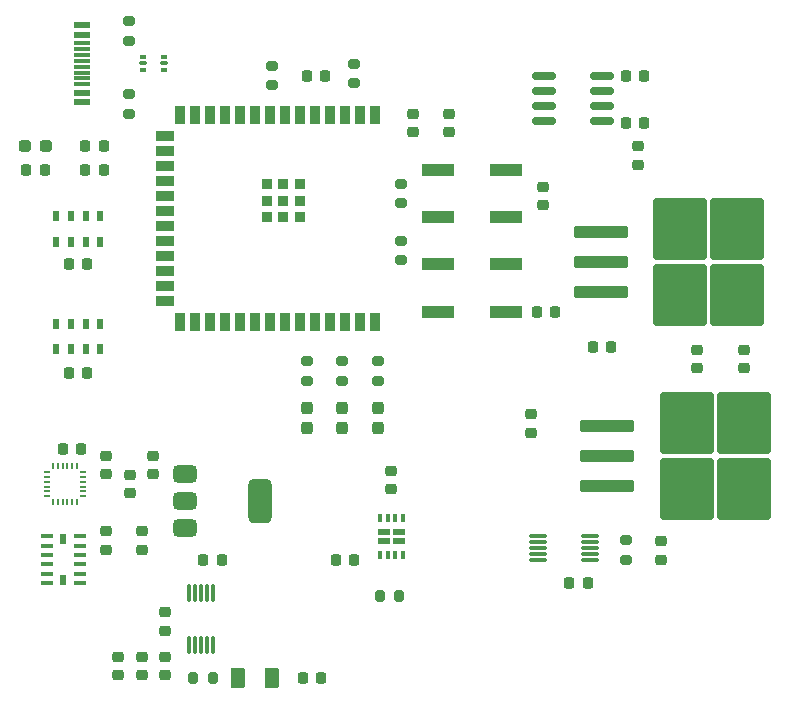
<source format=gbr>
%TF.GenerationSoftware,KiCad,Pcbnew,8.0.7*%
%TF.CreationDate,2025-01-05T22:37:43-08:00*%
%TF.ProjectId,Test Rocket Board,54657374-2052-46f6-936b-657420426f61,rev?*%
%TF.SameCoordinates,Original*%
%TF.FileFunction,Paste,Top*%
%TF.FilePolarity,Positive*%
%FSLAX46Y46*%
G04 Gerber Fmt 4.6, Leading zero omitted, Abs format (unit mm)*
G04 Created by KiCad (PCBNEW 8.0.7) date 2025-01-05 22:37:43*
%MOMM*%
%LPD*%
G01*
G04 APERTURE LIST*
G04 Aperture macros list*
%AMRoundRect*
0 Rectangle with rounded corners*
0 $1 Rounding radius*
0 $2 $3 $4 $5 $6 $7 $8 $9 X,Y pos of 4 corners*
0 Add a 4 corners polygon primitive as box body*
4,1,4,$2,$3,$4,$5,$6,$7,$8,$9,$2,$3,0*
0 Add four circle primitives for the rounded corners*
1,1,$1+$1,$2,$3*
1,1,$1+$1,$4,$5*
1,1,$1+$1,$6,$7*
1,1,$1+$1,$8,$9*
0 Add four rect primitives between the rounded corners*
20,1,$1+$1,$2,$3,$4,$5,0*
20,1,$1+$1,$4,$5,$6,$7,0*
20,1,$1+$1,$6,$7,$8,$9,0*
20,1,$1+$1,$8,$9,$2,$3,0*%
G04 Aperture macros list end*
%ADD10R,0.550000X0.950000*%
%ADD11RoundRect,0.200000X0.275000X-0.200000X0.275000X0.200000X-0.275000X0.200000X-0.275000X-0.200000X0*%
%ADD12RoundRect,0.237500X0.237500X-0.287500X0.237500X0.287500X-0.237500X0.287500X-0.237500X-0.287500X0*%
%ADD13RoundRect,0.225000X0.250000X-0.225000X0.250000X0.225000X-0.250000X0.225000X-0.250000X-0.225000X0*%
%ADD14RoundRect,0.200000X-0.275000X0.200000X-0.275000X-0.200000X0.275000X-0.200000X0.275000X0.200000X0*%
%ADD15RoundRect,0.075000X-0.650000X-0.075000X0.650000X-0.075000X0.650000X0.075000X-0.650000X0.075000X0*%
%ADD16RoundRect,0.218750X0.218750X0.256250X-0.218750X0.256250X-0.218750X-0.256250X0.218750X-0.256250X0*%
%ADD17RoundRect,0.050000X0.050000X-0.225000X0.050000X0.225000X-0.050000X0.225000X-0.050000X-0.225000X0*%
%ADD18RoundRect,0.050000X0.225000X0.050000X-0.225000X0.050000X-0.225000X-0.050000X0.225000X-0.050000X0*%
%ADD19RoundRect,0.200000X0.200000X0.275000X-0.200000X0.275000X-0.200000X-0.275000X0.200000X-0.275000X0*%
%ADD20RoundRect,0.250000X-2.050000X-0.300000X2.050000X-0.300000X2.050000X0.300000X-2.050000X0.300000X0*%
%ADD21RoundRect,0.250000X-2.025000X-2.375000X2.025000X-2.375000X2.025000X2.375000X-2.025000X2.375000X0*%
%ADD22RoundRect,0.225000X-0.225000X-0.250000X0.225000X-0.250000X0.225000X0.250000X-0.225000X0.250000X0*%
%ADD23RoundRect,0.218750X-0.256250X0.218750X-0.256250X-0.218750X0.256250X-0.218750X0.256250X0.218750X0*%
%ADD24RoundRect,0.225000X-0.250000X0.225000X-0.250000X-0.225000X0.250000X-0.225000X0.250000X0.225000X0*%
%ADD25RoundRect,0.218750X-0.218750X-0.256250X0.218750X-0.256250X0.218750X0.256250X-0.218750X0.256250X0*%
%ADD26RoundRect,0.250000X0.375000X0.625000X-0.375000X0.625000X-0.375000X-0.625000X0.375000X-0.625000X0*%
%ADD27R,1.000000X0.600000*%
%ADD28R,0.350000X0.650000*%
%ADD29RoundRect,0.150000X0.825000X0.150000X-0.825000X0.150000X-0.825000X-0.150000X0.825000X-0.150000X0*%
%ADD30RoundRect,0.225000X0.225000X0.250000X-0.225000X0.250000X-0.225000X-0.250000X0.225000X-0.250000X0*%
%ADD31RoundRect,0.375000X-0.625000X-0.375000X0.625000X-0.375000X0.625000X0.375000X-0.625000X0.375000X0*%
%ADD32RoundRect,0.500000X-0.500000X-1.400000X0.500000X-1.400000X0.500000X1.400000X-0.500000X1.400000X0*%
%ADD33RoundRect,0.075000X-0.075000X0.650000X-0.075000X-0.650000X0.075000X-0.650000X0.075000X0.650000X0*%
%ADD34RoundRect,0.237500X0.287500X0.237500X-0.287500X0.237500X-0.287500X-0.237500X0.287500X-0.237500X0*%
%ADD35RoundRect,0.093750X-0.156250X-0.093750X0.156250X-0.093750X0.156250X0.093750X-0.156250X0.093750X0*%
%ADD36RoundRect,0.075000X-0.250000X-0.075000X0.250000X-0.075000X0.250000X0.075000X-0.250000X0.075000X0*%
%ADD37R,2.750000X1.000000*%
%ADD38R,0.900000X0.900000*%
%ADD39R,0.900000X1.500000*%
%ADD40R,1.500000X0.900000*%
%ADD41R,1.450000X0.600000*%
%ADD42R,1.450000X0.300000*%
%ADD43R,1.117800X0.449200*%
%ADD44R,0.500000X0.813000*%
G04 APERTURE END LIST*
D10*
%TO.C,U3*%
X136750000Y-107150000D03*
X138000000Y-107150000D03*
X139250000Y-107150000D03*
X140500000Y-107150000D03*
X140500000Y-105000000D03*
X139250000Y-105000000D03*
X138000000Y-105000000D03*
X136750000Y-105000000D03*
%TD*%
D11*
%TO.C,R9*%
X185000000Y-125000000D03*
X185000000Y-123350000D03*
%TD*%
%TO.C,R3*%
X166000000Y-99650000D03*
X166000000Y-98000000D03*
%TD*%
D12*
%TO.C,D2*%
X158000000Y-113875000D03*
X158000000Y-112125000D03*
%TD*%
D13*
%TO.C,C4*%
X186000000Y-91550000D03*
X186000000Y-90000000D03*
%TD*%
D14*
%TO.C,R5*%
X142955000Y-85600000D03*
X142955000Y-87250000D03*
%TD*%
D12*
%TO.C,D4*%
X164000000Y-113875000D03*
X164000000Y-112125000D03*
%TD*%
D15*
%TO.C,U9*%
X177600000Y-123000000D03*
X177600000Y-123500000D03*
X177600000Y-124000000D03*
X177600000Y-124500000D03*
X177600000Y-125000000D03*
X182000000Y-125000000D03*
X182000000Y-124500000D03*
X182000000Y-124000000D03*
X182000000Y-123500000D03*
X182000000Y-123000000D03*
%TD*%
D16*
%TO.C,D7*%
X140787500Y-92000000D03*
X139212500Y-92000000D03*
%TD*%
D11*
%TO.C,R6*%
X158000000Y-109825000D03*
X158000000Y-108175000D03*
%TD*%
D16*
%TO.C,F1*%
X135787500Y-92000000D03*
X134212500Y-92000000D03*
%TD*%
D17*
%TO.C,U5*%
X136500000Y-120100000D03*
X136900000Y-120100000D03*
X137300000Y-120100000D03*
X137700000Y-120100000D03*
X138100000Y-120100000D03*
X138500000Y-120100000D03*
D18*
X139000000Y-119600000D03*
X139000000Y-119200000D03*
X139000000Y-118800000D03*
X139000000Y-118400000D03*
X139000000Y-118000000D03*
X139000000Y-117600000D03*
D17*
X138500000Y-117100000D03*
X138100000Y-117100000D03*
X137700000Y-117100000D03*
X137300000Y-117100000D03*
X136900000Y-117100000D03*
X136500000Y-117100000D03*
D18*
X136000000Y-117600000D03*
X136000000Y-118000000D03*
X136000000Y-118400000D03*
X136000000Y-118800000D03*
X136000000Y-119200000D03*
X136000000Y-119600000D03*
%TD*%
D19*
%TO.C,R10*%
X150000000Y-135000000D03*
X148350000Y-135000000D03*
%TD*%
D20*
%TO.C,U6*%
X182850000Y-97235000D03*
X182850000Y-99775000D03*
D21*
X189575000Y-97000000D03*
X189575000Y-102550000D03*
X194425000Y-97000000D03*
X194425000Y-102550000D03*
D20*
X182850000Y-102315000D03*
%TD*%
D22*
%TO.C,C10*%
X137850000Y-100000000D03*
X139400000Y-100000000D03*
%TD*%
D23*
%TO.C,D6*%
X142000000Y-133212500D03*
X142000000Y-134787500D03*
%TD*%
D24*
%TO.C,C3*%
X170000000Y-87225000D03*
X170000000Y-88775000D03*
%TD*%
D23*
%TO.C,D5*%
X176968870Y-112653120D03*
X176968870Y-114228120D03*
%TD*%
D22*
%TO.C,C6*%
X185000000Y-84000000D03*
X186550000Y-84000000D03*
%TD*%
D13*
%TO.C,C22*%
X144000000Y-134775000D03*
X144000000Y-133225000D03*
%TD*%
D10*
%TO.C,U4*%
X136750000Y-98075000D03*
X138000000Y-98075000D03*
X139250000Y-98075000D03*
X140500000Y-98075000D03*
X140500000Y-95925000D03*
X139250000Y-95925000D03*
X138000000Y-95925000D03*
X136750000Y-95925000D03*
%TD*%
D22*
%TO.C,C9*%
X137850000Y-109150000D03*
X139400000Y-109150000D03*
%TD*%
D25*
%TO.C,D1*%
X139212500Y-90000000D03*
X140787500Y-90000000D03*
%TD*%
D26*
%TO.C,F2*%
X155000000Y-135000000D03*
X152200000Y-135000000D03*
%TD*%
D27*
%TO.C,U11*%
X165750574Y-122639368D03*
X164550574Y-122639368D03*
X165750574Y-123414368D03*
X164550574Y-123414368D03*
D28*
X166125574Y-121476868D03*
X165475574Y-121476868D03*
X164825574Y-121476868D03*
X164175574Y-121476868D03*
X164175574Y-124576868D03*
X164825574Y-124576868D03*
X165475574Y-124576868D03*
X166125574Y-124576868D03*
%TD*%
D19*
%TO.C,R12*%
X165825000Y-128046430D03*
X164175000Y-128046430D03*
%TD*%
D24*
%TO.C,C18*%
X195000000Y-107225000D03*
X195000000Y-108775000D03*
%TD*%
D29*
%TO.C,U1*%
X183000000Y-87810000D03*
X183000000Y-86540000D03*
X183000000Y-85270000D03*
X183000000Y-84000000D03*
X178050000Y-84000000D03*
X178050000Y-85270000D03*
X178050000Y-86540000D03*
X178050000Y-87810000D03*
%TD*%
D30*
%TO.C,C20*%
X181775000Y-127000000D03*
X180225000Y-127000000D03*
%TD*%
D22*
%TO.C,C5*%
X185000000Y-88000000D03*
X186550000Y-88000000D03*
%TD*%
D24*
%TO.C,C7*%
X178000000Y-93450000D03*
X178000000Y-95000000D03*
%TD*%
D31*
%TO.C,U8*%
X147700000Y-117700000D03*
X147700000Y-120000000D03*
D32*
X154000000Y-120000000D03*
D31*
X147700000Y-122300000D03*
%TD*%
D33*
%TO.C,U10*%
X150000000Y-127800000D03*
X149500000Y-127800000D03*
X149000000Y-127800000D03*
X148500000Y-127800000D03*
X148000000Y-127800000D03*
X148000000Y-132200000D03*
X148500000Y-132200000D03*
X149000000Y-132200000D03*
X149500000Y-132200000D03*
X150000000Y-132200000D03*
%TD*%
D24*
%TO.C,C2*%
X167000000Y-87228652D03*
X167000000Y-88778652D03*
%TD*%
D13*
%TO.C,C23*%
X146000000Y-131000000D03*
X146000000Y-129450000D03*
%TD*%
D24*
%TO.C,C11*%
X143000000Y-117825000D03*
X143000000Y-119375000D03*
%TD*%
%TO.C,C27*%
X141000000Y-122600000D03*
X141000000Y-124150000D03*
%TD*%
D11*
%TO.C,R7*%
X161000000Y-109825000D03*
X161000000Y-108175000D03*
%TD*%
D13*
%TO.C,C21*%
X146000000Y-134775000D03*
X146000000Y-133225000D03*
%TD*%
D34*
%TO.C,FB1*%
X135875000Y-90000000D03*
X134125000Y-90000000D03*
%TD*%
D35*
%TO.C,U2*%
X144151036Y-82445306D03*
D36*
X144076036Y-82982806D03*
D35*
X144151036Y-83520306D03*
X145851036Y-83520306D03*
D36*
X145926036Y-82982806D03*
D35*
X145851036Y-82445306D03*
%TD*%
D12*
%TO.C,D3*%
X161000000Y-113875000D03*
X161000000Y-112125000D03*
%TD*%
D13*
%TO.C,C25*%
X165110000Y-119025000D03*
X165110000Y-117475000D03*
%TD*%
D11*
%TO.C,R8*%
X164000000Y-109825000D03*
X164000000Y-108175000D03*
%TD*%
%TO.C,R4*%
X142955000Y-81075000D03*
X142955000Y-79425000D03*
%TD*%
%TO.C,R11*%
X155000000Y-84825000D03*
X155000000Y-83175000D03*
%TD*%
D13*
%TO.C,C15*%
X188000000Y-125000000D03*
X188000000Y-123450000D03*
%TD*%
D37*
%TO.C,SW2*%
X169120000Y-100000000D03*
X174880000Y-100000000D03*
X169120000Y-104000000D03*
X174880000Y-104000000D03*
%TD*%
D20*
%TO.C,U7*%
X183425000Y-113685000D03*
X183425000Y-116225000D03*
D21*
X190150000Y-113450000D03*
X190150000Y-119000000D03*
X195000000Y-113450000D03*
X195000000Y-119000000D03*
D20*
X183425000Y-118765000D03*
%TD*%
D13*
%TO.C,C13*%
X141000000Y-117775000D03*
X141000000Y-116225000D03*
%TD*%
D14*
%TO.C,R2*%
X166000000Y-93175000D03*
X166000000Y-94825000D03*
%TD*%
D37*
%TO.C,SW1*%
X169120000Y-92000000D03*
X174880000Y-92000000D03*
X169120000Y-96000000D03*
X174880000Y-96000000D03*
%TD*%
D24*
%TO.C,C26*%
X144000000Y-122600000D03*
X144000000Y-124150000D03*
%TD*%
D22*
%TO.C,C16*%
X149225000Y-125000000D03*
X150775000Y-125000000D03*
%TD*%
D38*
%TO.C,IC1*%
X154600000Y-93195606D03*
X157400000Y-93200000D03*
X156000000Y-93200000D03*
X154600000Y-94595606D03*
X157400000Y-94600000D03*
X156000000Y-94600000D03*
X154600000Y-95995606D03*
X157400000Y-96000000D03*
X156000000Y-96000000D03*
D39*
X163720000Y-87350000D03*
X162450000Y-87350000D03*
X161180000Y-87350000D03*
X159910000Y-87350000D03*
X158640000Y-87350000D03*
X157370000Y-87350000D03*
X156100000Y-87350000D03*
X154830000Y-87350000D03*
X153560000Y-87350000D03*
X152290000Y-87350000D03*
X151020000Y-87350000D03*
X149750000Y-87350000D03*
X148480000Y-87350000D03*
X147210000Y-87350000D03*
D40*
X145960000Y-89115000D03*
X145960000Y-90385000D03*
X145960000Y-91655000D03*
X145960000Y-92925000D03*
X145960000Y-94195000D03*
X145960000Y-95465000D03*
X145960000Y-96735000D03*
X145960000Y-98005000D03*
X145960000Y-99275000D03*
X145960000Y-100545000D03*
X145960000Y-101815000D03*
X145960000Y-103085000D03*
D39*
X147210000Y-104850000D03*
X148480000Y-104850000D03*
X149750000Y-104850000D03*
X151020000Y-104850000D03*
X152290000Y-104850000D03*
X153560000Y-104850000D03*
X154830000Y-104850000D03*
X156100000Y-104850000D03*
X157370000Y-104850000D03*
X158640000Y-104850000D03*
X159910000Y-104850000D03*
X161180000Y-104850000D03*
X162450000Y-104850000D03*
X163720000Y-104850000D03*
%TD*%
D22*
%TO.C,C12*%
X137305000Y-115600000D03*
X138855000Y-115600000D03*
%TD*%
D25*
%TO.C,D8*%
X157625000Y-135000000D03*
X159200000Y-135000000D03*
%TD*%
D22*
%TO.C,C24*%
X160450000Y-125025000D03*
X162000000Y-125025000D03*
%TD*%
%TO.C,C1*%
X158000000Y-84000000D03*
X159550000Y-84000000D03*
%TD*%
D13*
%TO.C,C19*%
X145000000Y-117775000D03*
X145000000Y-116225000D03*
%TD*%
%TO.C,C17*%
X191000000Y-108775000D03*
X191000000Y-107225000D03*
%TD*%
D41*
%TO.C,J3*%
X138915000Y-79750000D03*
X138915000Y-80550000D03*
D42*
X138915000Y-81750000D03*
X138915000Y-82750000D03*
X138915000Y-83250000D03*
X138915000Y-84250000D03*
D41*
X138915000Y-85450000D03*
X138915000Y-86250000D03*
X138915000Y-86250000D03*
X138915000Y-85450000D03*
D42*
X138915000Y-84750000D03*
X138915000Y-83750000D03*
X138915000Y-82250000D03*
X138915000Y-81250000D03*
D41*
X138915000Y-80550000D03*
X138915000Y-79750000D03*
%TD*%
D30*
%TO.C,C8*%
X179000000Y-104000000D03*
X177450000Y-104000000D03*
%TD*%
%TO.C,C14*%
X183775000Y-107000000D03*
X182225000Y-107000000D03*
%TD*%
D43*
%TO.C,U12*%
X138741802Y-127000000D03*
X138741802Y-126199999D03*
X138741802Y-125399998D03*
X138741802Y-124600000D03*
X138741802Y-123799999D03*
X138741802Y-123000000D03*
D44*
X137370901Y-123281501D03*
D43*
X136000000Y-122999998D03*
X136000000Y-123799999D03*
X136000000Y-124600000D03*
X136000000Y-125399998D03*
X136000000Y-126199999D03*
X136000000Y-126999998D03*
D44*
X137370901Y-126718497D03*
%TD*%
D14*
%TO.C,R1*%
X162000000Y-83000000D03*
X162000000Y-84650000D03*
%TD*%
M02*

</source>
